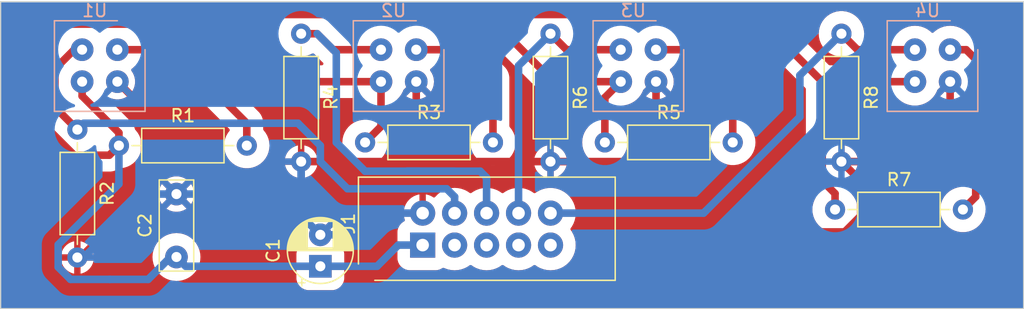
<source format=kicad_pcb>
(kicad_pcb (version 20240108) (generator "pcbnew") (generator_version "8.0")
  (layers (0 "F.Cu" signal) (31 "B.Cu" signal) (34 "B.Paste" user) (35 "F.Paste" user) (36 "B.SilkS" user "B.Silkscreen") (37 "F.SilkS" user "F.Silkscreen") (38 "B.Mask" user) (39 "F.Mask" user) (44 "Edge.Cuts" user))
  (net 0 "")
  (net 1 "GND")
  (net 2 "+3V3")
  (net 4 "/EXTG")
  (net 6 "/INTG")
  (net 8 "/INTD")
  (net 9 "/EXTD")
  (net 10 "Net-(R1-Pad2)")
  (net 11 "Net-(R3-Pad2)")
  (net 12 "Net-(R5-Pad2)")
  (net 13 "Net-(R7-Pad2)")
  (footprint "FootprintGamelGe2:R_Axial_DIN0207_L6.3mm_D2.5mm_P10.16mm_Horizontal" (layer "F.Cu") (at 133.858 48.26)
    (property "Reference" "R1" (at 5.08 -2.37 0) (layer "F.SilkS"))
    (property "Value" "R")
    (fp_line (start 1.04 0) (end 1.81 0) (stroke (width 0.12)) (layer "F.SilkS"))
    (fp_line (start 1.81 -1.37) (end 1.81 1.37) (stroke (width 0.12)) (layer "F.SilkS"))
    (fp_line (start 1.81 1.37) (end 8.35 1.37) (stroke (width 0.12)) (layer "F.SilkS"))
    (fp_line (start 8.35 -1.37) (end 1.81 -1.37) (stroke (width 0.12)) (layer "F.SilkS"))
    (fp_line (start 8.35 1.37) (end 8.35 -1.37) (stroke (width 0.12)) (layer "F.SilkS"))
    (fp_line (start 9.12 0) (end 8.35 0) (stroke (width 0.12)) (layer "F.SilkS"))
    (pad "1" thru_hole circle (at 0 0) (size 1.6 1.6) (drill 0.8) (layers "*.Cu" "*.Mask") (net 2 "+3V3"))
    (pad "2" thru_hole oval (at 10.16 0) (size 1.6 1.6) (drill 0.8) (layers "*.Cu" "*.Mask") (net 10 "Net-(R1-Pad2)"))
  )
  (footprint "FootprintGamelGe2:C_Rect_L7.0mm_W2.5mm_P5.00mm" (layer "F.Cu") (at 138.43 57.11 90)
    (property "Reference" "C2" (at 2.5 -2.5 90) (layer "F.SilkS"))
    (property "Value" "C")
    (fp_line (start 6.12 -1.37) (end 6.12 1.37) (stroke (width 0.12)) (layer "F.SilkS"))
    (fp_line (start -1.12 -1.37) (end 6.12 -1.37) (stroke (width 0.12)) (layer "F.SilkS"))
    (fp_line (start -1.12 -1.37) (end -1.12 1.37) (stroke (width 0.12)) (layer "F.SilkS"))
    (fp_line (start -1.12 1.37) (end 6.12 1.37) (stroke (width 0.12)) (layer "F.SilkS"))
    (pad "1" thru_hole circle (at 0 0 90) (size 1.8 1.8) (drill 0.8) (layers "*.Cu" "*.Mask") (net 2 "+3V3"))
    (pad "2" thru_hole circle (at 5 0 90) (size 1.8 1.8) (drill 0.8) (layers "*.Cu" "*.Mask") (net 1 "GND"))
  )
  (footprint "FootprintGamelGe2:CP_Radial_D5.0mm_P2.50mm" (layer "F.Cu") (at 149.86 57.847112 90)
    (property "Reference" "C1" (at 1.25 -3.75 90) (layer "F.SilkS"))
    (property "Value" "Cp")
    (fp_line (start 1.29 -2.58) (end 1.29 2.58) (stroke (width 0.12)) (layer "F.SilkS"))
    (fp_line (start 1.25 -2.58) (end 1.25 2.58) (stroke (width 0.12)) (layer "F.SilkS"))
    (fp_line (start 1.33 -2.579) (end 1.33 2.579) (stroke (width 0.12)) (layer "F.SilkS"))
    (fp_line (start 1.37 -2.578) (end 1.37 2.578) (stroke (width 0.12)) (layer "F.SilkS"))
    (fp_line (start 1.41 -2.576) (end 1.41 2.576) (stroke (width 0.12)) (layer "F.SilkS"))
    (fp_line (start 1.45 -2.573) (end 1.45 2.573) (stroke (width 0.12)) (layer "F.SilkS"))
    (fp_line (start 1.49 -2.569) (end 1.49 -1.04) (stroke (width 0.12)) (layer "F.SilkS"))
    (fp_line (start 1.53 -2.565) (end 1.53 -1.04) (stroke (width 0.12)) (layer "F.SilkS"))
    (fp_line (start 1.57 -2.561) (end 1.57 -1.04) (stroke (width 0.12)) (layer "F.SilkS"))
    (fp_line (start 1.61 -2.556) (end 1.61 -1.04) (stroke (width 0.12)) (layer "F.SilkS"))
    (fp_line (start 1.65 -2.55) (end 1.65 -1.04) (stroke (width 0.12)) (layer "F.SilkS"))
    (fp_line (start 1.69 -2.543) (end 1.69 -1.04) (stroke (width 0.12)) (layer "F.SilkS"))
    (fp_line (start 1.73 -2.536) (end 1.73 -1.04) (stroke (width 0.12)) (layer "F.SilkS"))
    (fp_line (start 1.77 -2.528) (end 1.77 -1.04) (stroke (width 0.12)) (layer "F.SilkS"))
    (fp_line (start 1.81 -2.52) (end 1.81 -1.04) (stroke (width 0.12)) (layer "F.SilkS"))
    (fp_line (start 1.85 -2.511) (end 1.85 -1.04) (stroke (width 0.12)) (layer "F.SilkS"))
    (fp_line (start 1.89 -2.501) (end 1.89 -1.04) (stroke (width 0.12)) (layer "F.SilkS"))
    (fp_line (start 1.93 -2.491) (end 1.93 -1.04) (stroke (width 0.12)) (layer "F.SilkS"))
    (fp_line (start 1.971 -2.48) (end 1.971 -1.04) (stroke (width 0.12)) (layer "F.SilkS"))
    (fp_line (start 2.011 -2.468) (end 2.011 -1.04) (stroke (width 0.12)) (layer "F.SilkS"))
    (fp_line (start 2.051 -2.455) (end 2.051 -1.04) (stroke (width 0.12)) (layer "F.SilkS"))
    (fp_line (start 2.091 -2.442) (end 2.091 -1.04) (stroke (width 0.12)) (layer "F.SilkS"))
    (fp_line (start 2.131 -2.428) (end 2.131 -1.04) (stroke (width 0.12)) (layer "F.SilkS"))
    (fp_line (start 2.171 -2.414) (end 2.171 -1.04) (stroke (width 0.12)) (layer "F.SilkS"))
    (fp_line (start 2.211 -2.398) (end 2.211 -1.04) (stroke (width 0.12)) (layer "F.SilkS"))
    (fp_line (start 2.251 -2.382) (end 2.251 -1.04) (stroke (width 0.12)) (layer "F.SilkS"))
    (fp_line (start 2.291 -2.365) (end 2.291 -1.04) (stroke (width 0.12)) (layer "F.SilkS"))
    (fp_line (start 2.331 -2.348) (end 2.331 -1.04) (stroke (width 0.12)) (layer "F.SilkS"))
    (fp_line (start 2.371 -2.329) (end 2.371 -1.04) (stroke (width 0.12)) (layer "F.SilkS"))
    (fp_line (start 2.411 -2.31) (end 2.411 -1.04) (stroke (width 0.12)) (layer "F.SilkS"))
    (fp_line (start 2.451 -2.29) (end 2.451 -1.04) (stroke (width 0.12)) (layer "F.SilkS"))
    (fp_line (start 2.491 -2.268) (end 2.491 -1.04) (stroke (width 0.12)) (layer "F.SilkS"))
    (fp_line (start 2.531 -2.247) (end 2.531 -1.04) (stroke (width 0.12)) (layer "F.SilkS"))
    (fp_line (start 2.571 -2.224) (end 2.571 -1.04) (stroke (width 0.12)) (layer "F.SilkS"))
    (fp_line (start 2.611 -2.2) (end 2.611 -1.04) (stroke (width 0.12)) (layer "F.SilkS"))
    (fp_line (start 2.651 -2.175) (end 2.651 -1.04) (stroke (width 0.12)) (layer "F.SilkS"))
    (fp_line (start 2.691 -2.149) (end 2.691 -1.04) (stroke (width 0.12)) (layer "F.SilkS"))
    (fp_line (start 2.731 -2.122) (end 2.731 -1.04) (stroke (width 0.12)) (layer "F.SilkS"))
    (fp_line (start 2.771 -2.095) (end 2.771 -1.04) (stroke (width 0.12)) (layer "F.SilkS"))
    (fp_line (start 2.811 -2.065) (end 2.811 -1.04) (stroke (width 0.12)) (layer "F.SilkS"))
    (fp_line (start 2.851 -2.035) (end 2.851 -1.04) (stroke (width 0.12)) (layer "F.SilkS"))
    (fp_line (start 2.891 -2.004) (end 2.891 -1.04) (stroke (width 0.12)) (layer "F.SilkS"))
    (fp_line (start 2.931 -1.971) (end 2.931 -1.04) (stroke (width 0.12)) (layer "F.SilkS"))
    (fp_line (start 2.971 -1.937) (end 2.971 -1.04) (stroke (width 0.12)) (layer "F.SilkS"))
    (fp_line (start 3.011 -1.901) (end 3.011 -1.04) (stroke (width 0.12)) (layer "F.SilkS"))
    (fp_line (start 3.051 -1.864) (end 3.051 -1.04) (stroke (width 0.12)) (layer "F.SilkS"))
    (fp_line (start 3.091 -1.826) (end 3.091 -1.04) (stroke (width 0.12)) (layer "F.SilkS"))
    (fp_line (start 3.131 -1.785) (end 3.131 -1.04) (stroke (width 0.12)) (layer "F.SilkS"))
    (fp_line (start 3.171 -1.743) (end 3.171 -1.04) (stroke (width 0.12)) (layer "F.SilkS"))
    (fp_line (start -1.304775 -1.725) (end -1.304775 -1.225) (stroke (width 0.12)) (layer "F.SilkS"))
    (fp_line (start 3.211 -1.699) (end 3.211 -1.04) (stroke (width 0.12)) (layer "F.SilkS"))
    (fp_line (start 3.251 -1.653) (end 3.251 -1.04) (stroke (width 0.12)) (layer "F.SilkS"))
    (fp_line (start 3.291 -1.605) (end 3.291 -1.04) (stroke (width 0.12)) (layer "F.SilkS"))
    (fp_line (start 3.331 -1.554) (end 3.331 -1.04) (stroke (width 0.12)) (layer "F.SilkS"))
    (fp_line (start 3.371 -1.5) (end 3.371 -1.04) (stroke (width 0.12)) (layer "F.SilkS"))
    (fp_line (start -1.554775 -1.475) (end -1.054775 -1.475) (stroke (width 0.12)) (layer "F.SilkS"))
    (fp_line (start 3.411 -1.443) (end 3.411 -1.04) (stroke (width 0.12)) (layer "F.SilkS"))
    (fp_line (start 3.451 -1.383) (end 3.451 -1.04) (stroke (width 0.12)) (layer "F.SilkS"))
    (fp_line (start 3.491 -1.319) (end 3.491 -1.04) (stroke (width 0.12)) (layer "F.SilkS"))
    (fp_line (start 3.531 -1.251) (end 3.531 -1.04) (stroke (width 0.12)) (layer "F.SilkS"))
    (fp_line (start 3.571 -1.178) (end 3.571 1.178) (stroke (width 0.12)) (layer "F.SilkS"))
    (fp_line (start 3.611 -1.098) (end 3.611 1.098) (stroke (width 0.12)) (layer "F.SilkS"))
    (fp_line (start 3.651 -1.011) (end 3.651 1.011) (stroke (width 0.12)) (layer "F.SilkS"))
    (fp_line (start 3.691 -0.915) (end 3.691 0.915) (stroke (width 0.12)) (layer "F.SilkS"))
    (fp_line (start 3.731 -0.805) (end 3.731 0.805) (stroke (width 0.12)) (layer "F.SilkS"))
    (fp_line (start 3.771 -0.677) (end 3.771 0.677) (stroke (width 0.12)) (layer "F.SilkS"))
    (fp_line (start 3.811 -0.518) (end 3.811 0.518) (stroke (width 0.12)) (layer "F.SilkS"))
    (fp_line (start 3.851 -0.284) (end 3.851 0.284) (stroke (width 0.12)) (layer "F.SilkS"))
    (fp_line (start 3.531 1.04) (end 3.531 1.251) (stroke (width 0.12)) (layer "F.SilkS"))
    (fp_line (start 3.491 1.04) (end 3.491 1.319) (stroke (width 0.12)) (layer "F.SilkS"))
    (fp_line (start 3.451 1.04) (end 3.451 1.383) (stroke (width 0.12)) (layer "F.SilkS"))
    (fp_line (start 3.411 1.04) (end 3.411 1.443) (stroke (width 0.12)) (layer "F.SilkS"))
    (fp_line (start 3.371 1.04) (end 3.371 1.5) (stroke (width 0.12)) (layer "F.SilkS"))
    (fp_line (start 3.331 1.04) (end 3.331 1.554) (stroke (width 0.12)) (layer "F.SilkS"))
    (fp_line (start 3.291 1.04) (end 3.291 1.605) (stroke (width 0.12)) (layer "F.SilkS"))
    (fp_line (start 3.251 1.04) (end 3.251 1.653) (stroke (width 0.12)) (layer "F.SilkS"))
    (fp_line (start 3.211 1.04) (end 3.211 1.699) (stroke (width 0.12)) (layer "F.SilkS"))
    (fp_line (start 3.171 1.04) (end 3.171 1.743) (stroke (width 0.12)) (layer "F.SilkS"))
    (fp_line (start 3.131 1.04) (end 3.131 1.785) (stroke (width 0.12)) (layer "F.SilkS"))
    (fp_line (start 3.091 1.04) (end 3.091 1.826) (stroke (width 0.12)) (layer "F.SilkS"))
    (fp_line (start 3.051 1.04) (end 3.051 1.864) (stroke (width 0.12)) (layer "F.SilkS"))
    (fp_line (start 3.011 1.04) (end 3.011 1.901) (stroke (width 0.12)) (layer "F.SilkS"))
    (fp_line (start 2.971 1.04) (end 2.971 1.937) (stroke (width 0.12)) (layer "F.SilkS"))
    (fp_line (start 2.931 1.04) (end 2.931 1.971) (stroke (width 0.12)) (layer "F.SilkS"))
    (fp_line (start 2.891 1.04) (end 2.891 2.004) (stroke (width 0.12)) (layer "F.SilkS"))
    (fp_line (start 2.851 1.04) (end 2.851 2.035) (stroke (width 0.12)) (layer "F.SilkS"))
    (fp_line (start 2.811 1.04) (end 2.811 2.065) (stroke (width 0.12)) (layer "F.SilkS"))
    (fp_line (start 2.771 1.04) (end 2.771 2.095) (stroke (width 0.12)) (layer "F.SilkS"))
    (fp_line (start 2.731 1.04) (end 2.731 2.122) (stroke (width 0.12)) (layer "F.SilkS"))
    (fp_line (start 2.691 1.04) (end 2.691 2.149) (stroke (width 0.12)) (layer "F.SilkS"))
    (fp_line (start 2.651 1.04) (end 2.651 2.175) (stroke (width 0.12)) (layer "F.SilkS"))
    (fp_line (start 2.611 1.04) (end 2.611 2.2) (stroke (width 0.12)) (layer "F.SilkS"))
    (fp_line (start 2.571 1.04) (end 2.571 2.224) (stroke (width 0.12)) (layer "F.SilkS"))
    (fp_line (start 2.531 1.04) (end 2.531 2.247) (stroke (width 0.12)) (layer "F.SilkS"))
    (fp_line (start 2.491 1.04) (end 2.491 2.268) (stroke (width 0.12)) (layer "F.SilkS"))
    (fp_line (start 2.451 1.04) (end 2.451 2.29) (stroke (width 0.12)) (layer "F.SilkS"))
    (fp_line (start 2.411 1.04) (end 2.411 2.31) (stroke (width 0.12)) (layer "F.SilkS"))
    (fp_line (start 2.371 1.04) (end 2.371 2.329) (stroke (width 0.12)) (layer "F.SilkS"))
    (fp_line (start 2.331 1.04) (end 2.331 2.348) (stroke (width 0.12)) (layer "F.SilkS"))
    (fp_line (start 2.291 1.04) (end 2.291 2.365) (stroke (width 0.12)) (layer "F.SilkS"))
    (fp_line (start 2.251 1.04) (end 2.251 2.382) (stroke (width 0.12)) (layer "F.SilkS"))
    (fp_line (start 2.211 1.04) (end 2.211 2.398) (stroke (width 0.12)) (layer "F.SilkS"))
    (fp_line (start 2.171 1.04) (end 2.171 2.414) (stroke (width 0.12)) (layer "F.SilkS"))
    (fp_line (start 2.131 1.04) (end 2.131 2.428) (stroke (width 0.12)) (layer "F.SilkS"))
    (fp_line (start 2.091 1.04) (end 2.091 2.442) (stroke (width 0.12)) (layer "F.SilkS"))
    (fp_line (start 2.051 1.04) (end 2.051 2.455) (stroke (width 0.12)) (layer "F.SilkS"))
    (fp_line (start 2.011 1.04) (end 2.011 2.468) (stroke (width 0.12)) (layer "F.SilkS"))
    (fp_line (start 1.971 1.04) (end 1.971 2.48) (stroke (width 0.12)) (layer "F.SilkS"))
    (fp_line (start 1.93 1.04) (end 1.93 2.491) (stroke (width 0.12)) (layer "F.SilkS"))
    (fp_line (start 1.89 1.04) (end 1.89 2.501) (stroke (width 0.12)) (layer "F.SilkS"))
    (fp_line (start 1.85 1.04) (end 1.85 2.511) (stroke (width 0.12)) (layer "F.SilkS"))
    (fp_line (start 1.81 1.04) (end 1.81 2.52) (stroke (width 0.12)) (layer "F.SilkS"))
    (fp_line (start 1.77 1.04) (end 1.77 2.528) (stroke (width 0.12)) (layer "F.SilkS"))
    (fp_line (start 1.73 1.04) (end 1.73 2.536) (stroke (width 0.12)) (layer "F.SilkS"))
    (fp_line (start 1.69 1.04) (end 1.69 2.543) (stroke (width 0.12)) (layer "F.SilkS"))
    (fp_line (start 1.65 1.04) (end 1.65 2.55) (stroke (width 0.12)) (layer "F.SilkS"))
    (fp_line (start 1.61 1.04) (end 1.61 2.556) (stroke (width 0.12)) (layer "F.SilkS"))
    (fp_line (start 1.57 1.04) (end 1.57 2.561) (stroke (width 0.12)) (layer "F.SilkS"))
    (fp_line (start 1.53 1.04) (end 1.53 2.565) (stroke (width 0.12)) (layer "F.SilkS"))
    (fp_line (start 1.49 1.04) (end 1.49 2.569) (stroke (width 0.12)) (layer "F.SilkS"))
    (fp_circle (center 1.25 0) (end 3.87 0) (stroke (width 0.12)) (fill none) (layer "F.SilkS"))
    (pad "1" thru_hole rect (at 0 0 90) (size 1.8 1.8) (drill 0.8) (layers "*.Cu" "*.Mask") (net 2 "+3V3"))
    (pad "2" thru_hole circle (at 2.5 0 90) (size 1.8 1.8) (drill 0.8) (layers "*.Cu" "*.Mask") (net 1 "GND"))
  )
  (footprint "FootprintGamelGe2:R_Axial_DIN0207_L6.3mm_D2.5mm_P10.16mm_Horizontal" (layer "F.Cu") (at 191.262 39.37 -90)
    (property "Reference" "R8" (at 5.08 -2.37 90) (layer "F.SilkS"))
    (property "Value" "R")
    (fp_line (start 1.81 1.37) (end 8.35 1.37) (stroke (width 0.12)) (layer "F.SilkS"))
    (fp_line (start 8.35 1.37) (end 8.35 -1.37) (stroke (width 0.12)) (layer "F.SilkS"))
    (fp_line (start 1.04 0) (end 1.81 0) (stroke (width 0.12)) (layer "F.SilkS"))
    (fp_line (start 9.12 0) (end 8.35 0) (stroke (width 0.12)) (layer "F.SilkS"))
    (fp_line (start 1.81 -1.37) (end 1.81 1.37) (stroke (width 0.12)) (layer "F.SilkS"))
    (fp_line (start 8.35 -1.37) (end 1.81 -1.37) (stroke (width 0.12)) (layer "F.SilkS"))
    (pad "1" thru_hole circle (at 0 0 270) (size 1.6 1.6) (drill 0.8) (layers "*.Cu" "*.Mask") (net 9 "/EXTD"))
    (pad "2" thru_hole oval (at 10.16 0 270) (size 1.6 1.6) (drill 0.8) (layers "*.Cu" "*.Mask") (net 1 "GND"))
  )
  (footprint "FootprintGamelGe2:R_Axial_DIN0207_L6.3mm_D2.5mm_P10.16mm_Horizontal" (layer "F.Cu") (at 130.556 46.99 -90)
    (property "Reference" "R2" (at 5.08 -2.37 90) (layer "F.SilkS"))
    (property "Value" "R")
    (fp_line (start 1.81 1.37) (end 8.35 1.37) (stroke (width 0.12)) (layer "F.SilkS"))
    (fp_line (start 8.35 1.37) (end 8.35 -1.37) (stroke (width 0.12)) (layer "F.SilkS"))
    (fp_line (start 1.04 0) (end 1.81 0) (stroke (width 0.12)) (layer "F.SilkS"))
    (fp_line (start 9.12 0) (end 8.35 0) (stroke (width 0.12)) (layer "F.SilkS"))
    (fp_line (start 1.81 -1.37) (end 1.81 1.37) (stroke (width 0.12)) (layer "F.SilkS"))
    (fp_line (start 8.35 -1.37) (end 1.81 -1.37) (stroke (width 0.12)) (layer "F.SilkS"))
    (pad "1" thru_hole circle (at 0 0 270) (size 1.6 1.6) (drill 0.8) (layers "*.Cu" "*.Mask") (net 4 "/EXTG"))
    (pad "2" thru_hole oval (at 10.16 0 270) (size 1.6 1.6) (drill 0.8) (layers "*.Cu" "*.Mask") (net 1 "GND"))
  )
  (footprint "FootprintGamelGe2:R_Axial_DIN0207_L6.3mm_D2.5mm_P10.16mm_Horizontal" (layer "F.Cu") (at 168.148 39.37 -90)
    (property "Reference" "R6" (at 5.08 -2.37 90) (layer "F.SilkS"))
    (property "Value" "R")
    (fp_line (start 1.81 1.37) (end 8.35 1.37) (stroke (width 0.12)) (layer "F.SilkS"))
    (fp_line (start 8.35 1.37) (end 8.35 -1.37) (stroke (width 0.12)) (layer "F.SilkS"))
    (fp_line (start 1.04 0) (end 1.81 0) (stroke (width 0.12)) (layer "F.SilkS"))
    (fp_line (start 9.12 0) (end 8.35 0) (stroke (width 0.12)) (layer "F.SilkS"))
    (fp_line (start 1.81 -1.37) (end 1.81 1.37) (stroke (width 0.12)) (layer "F.SilkS"))
    (fp_line (start 8.35 -1.37) (end 1.81 -1.37) (stroke (width 0.12)) (layer "F.SilkS"))
    (pad "1" thru_hole circle (at 0 0 270) (size 1.6 1.6) (drill 0.8) (layers "*.Cu" "*.Mask") (net 8 "/INTD"))
    (pad "2" thru_hole oval (at 10.16 0 270) (size 1.6 1.6) (drill 0.8) (layers "*.Cu" "*.Mask") (net 1 "GND"))
  )
  (footprint "FootprintGamelGe2:R_Axial_DIN0207_L6.3mm_D2.5mm_P10.16mm_Horizontal" (layer "F.Cu") (at 153.416 48.006)
    (property "Reference" "R3" (at 5.08 -2.37 0) (layer "F.SilkS"))
    (property "Value" "R")
    (fp_line (start 1.04 0) (end 1.81 0) (stroke (width 0.12)) (layer "F.SilkS"))
    (fp_line (start 1.81 -1.37) (end 1.81 1.37) (stroke (width 0.12)) (layer "F.SilkS"))
    (fp_line (start 1.81 1.37) (end 8.35 1.37) (stroke (width 0.12)) (layer "F.SilkS"))
    (fp_line (start 8.35 -1.37) (end 1.81 -1.37) (stroke (width 0.12)) (layer "F.SilkS"))
    (fp_line (start 8.35 1.37) (end 8.35 -1.37) (stroke (width 0.12)) (layer "F.SilkS"))
    (fp_line (start 9.12 0) (end 8.35 0) (stroke (width 0.12)) (layer "F.SilkS"))
    (pad "1" thru_hole circle (at 0 0) (size 1.6 1.6) (drill 0.8) (layers "*.Cu" "*.Mask") (net 2 "+3V3"))
    (pad "2" thru_hole oval (at 10.16 0) (size 1.6 1.6) (drill 0.8) (layers "*.Cu" "*.Mask") (net 11 "Net-(R3-Pad2)"))
  )
  (footprint "FootprintGamelGe2:R_Axial_DIN0207_L6.3mm_D2.5mm_P10.16mm_Horizontal" (layer "F.Cu") (at 190.754 53.34)
    (property "Reference" "R7" (at 5.08 -2.37 0) (layer "F.SilkS"))
    (property "Value" "R")
    (fp_line (start 1.04 0) (end 1.81 0) (stroke (width 0.12)) (layer "F.SilkS"))
    (fp_line (start 1.81 -1.37) (end 1.81 1.37) (stroke (width 0.12)) (layer "F.SilkS"))
    (fp_line (start 1.81 1.37) (end 8.35 1.37) (stroke (width 0.12)) (layer "F.SilkS"))
    (fp_line (start 8.35 -1.37) (end 1.81 -1.37) (stroke (width 0.12)) (layer "F.SilkS"))
    (fp_line (start 8.35 1.37) (end 8.35 -1.37) (stroke (width 0.12)) (layer "F.SilkS"))
    (fp_line (start 9.12 0) (end 8.35 0) (stroke (width 0.12)) (layer "F.SilkS"))
    (pad "1" thru_hole circle (at 0 0) (size 1.6 1.6) (drill 0.8) (layers "*.Cu" "*.Mask") (net 2 "+3V3"))
    (pad "2" thru_hole oval (at 10.16 0) (size 1.6 1.6) (drill 0.8) (layers "*.Cu" "*.Mask") (net 13 "Net-(R7-Pad2)"))
  )
  (footprint "FootprintGamelGe2:R_Axial_DIN0207_L6.3mm_D2.5mm_P10.16mm_Horizontal" (layer "F.Cu") (at 172.466 48.006)
    (property "Reference" "R5" (at 5.08 -2.37 0) (layer "F.SilkS"))
    (property "Value" "R")
    (fp_line (start 1.04 0) (end 1.81 0) (stroke (width 0.12)) (layer "F.SilkS"))
    (fp_line (start 1.81 -1.37) (end 1.81 1.37) (stroke (width 0.12)) (layer "F.SilkS"))
    (fp_line (start 1.81 1.37) (end 8.35 1.37) (stroke (width 0.12)) (layer "F.SilkS"))
    (fp_line (start 8.35 -1.37) (end 1.81 -1.37) (stroke (width 0.12)) (layer "F.SilkS"))
    (fp_line (start 8.35 1.37) (end 8.35 -1.37) (stroke (width 0.12)) (layer "F.SilkS"))
    (fp_line (start 9.12 0) (end 8.35 0) (stroke (width 0.12)) (layer "F.SilkS"))
    (pad "1" thru_hole circle (at 0 0) (size 1.6 1.6) (drill 0.8) (layers "*.Cu" "*.Mask") (net 2 "+3V3"))
    (pad "2" thru_hole oval (at 10.16 0) (size 1.6 1.6) (drill 0.8) (layers "*.Cu" "*.Mask") (net 12 "Net-(R5-Pad2)"))
  )
  (footprint "FootprintGamelGe2:R_Axial_DIN0207_L6.3mm_D2.5mm_P10.16mm_Horizontal" (layer "F.Cu") (at 148.336 39.37 -90)
    (property "Reference" "R4" (at 5.08 -2.37 90) (layer "F.SilkS"))
    (property "Value" "R")
    (fp_line (start 1.81 1.37) (end 8.35 1.37) (stroke (width 0.12)) (layer "F.SilkS"))
    (fp_line (start 8.35 1.37) (end 8.35 -1.37) (stroke (width 0.12)) (layer "F.SilkS"))
    (fp_line (start 1.04 0) (end 1.81 0) (stroke (width 0.12)) (layer "F.SilkS"))
    (fp_line (start 9.12 0) (end 8.35 0) (stroke (width 0.12)) (layer "F.SilkS"))
    (fp_line (start 1.81 -1.37) (end 1.81 1.37) (stroke (width 0.12)) (layer "F.SilkS"))
    (fp_line (start 8.35 -1.37) (end 1.81 -1.37) (stroke (width 0.12)) (layer "F.SilkS"))
    (pad "1" thru_hole circle (at 0 0 270) (size 1.6 1.6) (drill 0.8) (layers "*.Cu" "*.Mask") (net 6 "/INTG"))
    (pad "2" thru_hole oval (at 10.16 0 270) (size 1.6 1.6) (drill 0.8) (layers "*.Cu" "*.Mask") (net 1 "GND"))
  )
  (footprint "FootprintGamelGe2:HE10_2x05_P2.54mm" (layer "F.Cu") (at 157.988 56.164 90)
    (property "Reference" "J1" (at 1.7 -5.9 90) (layer "F.SilkS"))
    (property "Value" "HE10_02x05")
    (fp_line (start 5.4 -5.1) (end 5.4 15.3) (stroke (width 0.12)) (layer "F.SilkS"))
    (fp_line (start -1.5 -5.1) (end 5.4 -5.1) (stroke (width 0.12)) (layer "F.SilkS"))
    (fp_line (start 5.4 15.3) (end -2.8 15.3) (stroke (width 0.12)) (layer "F.SilkS"))
    (fp_line (start -2.8 15.3) (end -2.8 -3.8) (stroke (width 0.12)) (layer "F.SilkS"))
    (pad "1" thru_hole rect (at 0 0 90) (size 2 2) (drill 1) (layers "*.Cu" "*.Mask") (net 2 "+3V3"))
    (pad "2" thru_hole oval (at 2.54 0 90) (size 2 2) (drill 1) (layers "*.Cu" "*.Mask") (net 1 "GND"))
    (pad "3" thru_hole oval (at 0 2.54 90) (size 2 2) (drill 1) (layers "*.Cu" "*.Mask"))
    (pad "4" thru_hole oval (at 2.54 2.54 90) (size 2 2) (drill 1) (layers "*.Cu" "*.Mask") (net 4 "/EXTG"))
    (pad "5" thru_hole oval (at 0 5.08 90) (size 2 2) (drill 1) (layers "*.Cu" "*.Mask"))
    (pad "6" thru_hole oval (at 2.54 5.08 90) (size 2 2) (drill 1) (layers "*.Cu" "*.Mask") (net 6 "/INTG"))
    (pad "7" thru_hole oval (at 0 7.62 90) (size 2 2) (drill 1) (layers "*.Cu" "*.Mask"))
    (pad "8" thru_hole oval (at 2.54 7.62 90) (size 2 2) (drill 1) (layers "*.Cu" "*.Mask") (net 8 "/INTD"))
    (pad "9" thru_hole oval (at 0 10.16 90) (size 2 2) (drill 1) (layers "*.Cu" "*.Mask"))
    (pad "10" thru_hole oval (at 2.54 10.16 90) (size 2 2) (drill 1) (layers "*.Cu" "*.Mask") (net 9 "/EXTD"))
  )
  (footprint "FootprintGamelGe2:Vishay_CNY70" (layer "B.Cu") (at 199.898 40.64 180)
    (property "Reference" "U4" (at 1.8 3.1 0) (layer "B.SilkS") (effects (justify mirror)))
    (property "Value" "CNY70")
    (fp_line (start 5 2.3) (end 0 2.3) (stroke (width 0.12)) (layer "B.SilkS"))
    (fp_line (start 5 -4.9) (end 5 2.3) (stroke (width 0.12)) (layer "B.SilkS"))
    (fp_line (start -2.2 0) (end -2.2 -4.9) (stroke (width 0.12)) (layer "B.SilkS"))
    (fp_line (start -2.2 -4.9) (end 5 -4.9) (stroke (width 0.12)) (layer "B.SilkS"))
    (pad "1" thru_hole circle (at 0 0 180) (size 1.8 1.8) (drill 0.8) (layers "*.Cu" "*.Mask") (net 13 "Net-(R7-Pad2)"))
    (pad "2" thru_hole circle (at 0 -2.54 180) (size 1.8 1.8) (drill 0.8) (layers "*.Cu" "*.Mask") (net 1 "GND"))
    (pad "3" thru_hole circle (at 2.8 -2.54 180) (size 1.8 1.8) (drill 0.8) (layers "*.Cu" "*.Mask") (net 2 "+3V3"))
    (pad "4" thru_hole circle (at 2.8 0 180) (size 1.8 1.8) (drill 0.8) (layers "*.Cu" "*.Mask") (net 9 "/EXTD"))
  )
  (footprint "FootprintGamelGe2:Vishay_CNY70" (layer "B.Cu") (at 133.734 40.64 180)
    (property "Reference" "U1" (at 1.8 3.1 0) (layer "B.SilkS") (effects (justify mirror)))
    (property "Value" "CNY70")
    (fp_line (start 5 2.3) (end 0 2.3) (stroke (width 0.12)) (layer "B.SilkS"))
    (fp_line (start 5 -4.9) (end 5 2.3) (stroke (width 0.12)) (layer "B.SilkS"))
    (fp_line (start -2.2 0) (end -2.2 -4.9) (stroke (width 0.12)) (layer "B.SilkS"))
    (fp_line (start -2.2 -4.9) (end 5 -4.9) (stroke (width 0.12)) (layer "B.SilkS"))
    (pad "1" thru_hole circle (at 0 0 180) (size 1.8 1.8) (drill 0.8) (layers "*.Cu" "*.Mask") (net 10 "Net-(R1-Pad2)"))
    (pad "2" thru_hole circle (at 0 -2.54 180) (size 1.8 1.8) (drill 0.8) (layers "*.Cu" "*.Mask") (net 1 "GND"))
    (pad "3" thru_hole circle (at 2.8 -2.54 180) (size 1.8 1.8) (drill 0.8) (layers "*.Cu" "*.Mask") (net 2 "+3V3"))
    (pad "4" thru_hole circle (at 2.8 0 180) (size 1.8 1.8) (drill 0.8) (layers "*.Cu" "*.Mask") (net 4 "/EXTG"))
  )
  (footprint "FootprintGamelGe2:Vishay_CNY70" (layer "B.Cu") (at 157.48 40.64 180)
    (property "Reference" "U2" (at 1.8 3.1 0) (layer "B.SilkS") (effects (justify mirror)))
    (property "Value" "CNY70")
    (fp_line (start 5 2.3) (end 0 2.3) (stroke (width 0.12)) (layer "B.SilkS"))
    (fp_line (start 5 -4.9) (end 5 2.3) (stroke (width 0.12)) (layer "B.SilkS"))
    (fp_line (start -2.2 0) (end -2.2 -4.9) (stroke (width 0.12)) (layer "B.SilkS"))
    (fp_line (start -2.2 -4.9) (end 5 -4.9) (stroke (width 0.12)) (layer "B.SilkS"))
    (pad "1" thru_hole circle (at 0 0 180) (size 1.8 1.8) (drill 0.8) (layers "*.Cu" "*.Mask") (net 11 "Net-(R3-Pad2)"))
    (pad "2" thru_hole circle (at 0 -2.54 180) (size 1.8 1.8) (drill 0.8) (layers "*.Cu" "*.Mask") (net 1 "GND"))
    (pad "3" thru_hole circle (at 2.8 -2.54 180) (size 1.8 1.8) (drill 0.8) (layers "*.Cu" "*.Mask") (net 2 "+3V3"))
    (pad "4" thru_hole circle (at 2.8 0 180) (size 1.8 1.8) (drill 0.8) (layers "*.Cu" "*.Mask") (net 6 "/INTG"))
  )
  (footprint "FootprintGamelGe2:Vishay_CNY70" (layer "B.Cu") (at 176.53 40.64 180)
    (property "Reference" "U3" (at 1.8 3.1 0) (layer "B.SilkS") (effects (justify mirror)))
    (property "Value" "CNY70")
    (fp_line (start 5 2.3) (end 0 2.3) (stroke (width 0.12)) (layer "B.SilkS"))
    (fp_line (start 5 -4.9) (end 5 2.3) (stroke (width 0.12)) (layer "B.SilkS"))
    (fp_line (start -2.2 0) (end -2.2 -4.9) (stroke (width 0.12)) (layer "B.SilkS"))
    (fp_line (start -2.2 -4.9) (end 5 -4.9) (stroke (width 0.12)) (layer "B.SilkS"))
    (pad "1" thru_hole circle (at 0 0 180) (size 1.8 1.8) (drill 0.8) (layers "*.Cu" "*.Mask") (net 12 "Net-(R5-Pad2)"))
    (pad "2" thru_hole circle (at 0 -2.54 180) (size 1.8 1.8) (drill 0.8) (layers "*.Cu" "*.Mask") (net 1 "GND"))
    (pad "3" thru_hole circle (at 2.8 -2.54 180) (size 1.8 1.8) (drill 0.8) (layers "*.Cu" "*.Mask") (net 2 "+3V3"))
    (pad "4" thru_hole circle (at 2.8 0 180) (size 1.8 1.8) (drill 0.8) (layers "*.Cu" "*.Mask") (net 8 "/INTD"))
  )
  (gr_line (start 205.74 61.214) (end 124.46 61.214) (stroke (width 0.1)) (layer "Edge.Cuts"))
  (gr_line (start 124.46 61.214) (end 124.46 36.83) (stroke (width 0.1)) (layer "Edge.Cuts"))
  (gr_line (start 124.46 36.83) (end 205.74 36.83) (stroke (width 0.1)) (layer "Edge.Cuts"))
  (gr_line (start 205.74 36.83) (end 205.74 61.214) (stroke (width 0.1)) (layer "Edge.Cuts"))
  (gr_text "FW-E&RS2" (at 187.452 57.404 0) (layer "F.Cu") (effects (font (size 2 2) (thickness 0.4))))
  (segment (start 176.53 48.26) (end 183.388 55.118) (width 0.6) (layer "F.Cu") (net 1))
  (segment (start 157.48 48.006) (end 157.48 43.18) (width 0.6) (layer "F.Cu") (net 1))
  (segment (start 159.004 49.53) (end 168.148 49.53) (width 0.6) (layer "F.Cu") (net 1))
  (segment (start 130.556 57.15) (end 130.81 57.15) (width 0.6) (layer "F.Cu") (net 1))
  (segment (start 148.336 49.53) (end 155.956 49.53) (width 0.6) (layer "F.Cu") (net 1))
  (segment (start 191.262 49.53) (end 195.326 49.53) (width 0.6) (layer "F.Cu") (net 1))
  (segment (start 176.53 48.26) (end 176.53 43.18) (width 0.6) (layer "F.Cu") (net 1))
  (segment (start 155.956 49.53) (end 157.48 48.006) (width 0.6) (layer "F.Cu") (net 1))
  (segment (start 192.786 51.054) (end 191.262 49.53) (width 0.6) (layer "F.Cu") (net 1))
  (segment (start 168.148 49.53) (end 175.26 49.53) (width 0.6) (layer "F.Cu") (net 1))
  (segment (start 130.81 57.15) (end 135.89 52.07) (width 0.6) (layer "F.Cu") (net 1))
  (segment (start 157.48 48.006) (end 159.004 49.53) (width 0.6) (layer "F.Cu") (net 1))
  (segment (start 192.786 53.848) (end 192.786 51.054) (width 0.6) (layer "F.Cu") (net 1))
  (segment (start 183.388 55.118) (end 191.516 55.118) (width 0.6) (layer "F.Cu") (net 1))
  (segment (start 135.89 52.07) (end 135.89 45.336) (width 0.6) (layer "F.Cu") (net 1))
  (segment (start 199.898 44.958) (end 199.898 43.18) (width 0.6) (layer "F.Cu") (net 1))
  (segment (start 195.326 49.53) (end 199.898 44.958) (width 0.6) (layer "F.Cu") (net 1))
  (segment (start 191.516 55.118) (end 192.786 53.848) (width 0.6) (layer "F.Cu") (net 1))
  (segment (start 175.26 49.53) (end 176.53 48.26) (width 0.6) (layer "F.Cu") (net 1))
  (segment (start 135.89 45.336) (end 133.734 43.18) (width 0.6) (layer "F.Cu") (net 1))
  (segment (start 148.336 53.569112) (end 148.336 52.07) (width 0.6) (layer "B.Cu") (net 1))
  (segment (start 155.418 53.624) (end 153.694888 55.347112) (width 0.6) (layer "B.Cu") (net 1))
  (segment (start 133.731 54.483) (end 134.366 53.848) (width 0.6) (layer "B.Cu") (net 1))
  (segment (start 148.336 49.53) (end 148.336 53.823112) (width 0.6) (layer "B.Cu") (net 1))
  (segment (start 148.296 52.11) (end 148.336 52.07) (width 0.6) (layer "B.Cu") (net 1))
  (segment (start 138.43 52.11) (end 136.104 52.11) (width 0.6) (layer "B.Cu") (net 1))
  (segment (start 148.336 53.823112) (end 148.602444 54.089556) (width 0.6) (layer "B.Cu") (net 1))
  (segment (start 157.988 53.624) (end 155.418 53.624) (width 0.6) (layer "B.Cu") (net 1))
  (segment (start 138.43 52.11) (end 148.296 52.11) (width 0.6) (layer "B.Cu") (net 1))
  (segment (start 130.556 57.15) (end 131.064 57.15) (width 0.6) (layer "B.Cu") (net 1))
  (segment (start 153.694888 55.347112) (end 149.86 55.347112) (width 0.6) (layer "B.Cu") (net 1))
  (segment (start 131.064 57.15) (end 133.731 54.483) (width 0.6) (layer "B.Cu") (net 1))
  (segment (start 136.104 52.11) (end 133.731 54.483) (width 0.6) (layer "B.Cu") (net 1))
  (segment (start 148.336 52.07) (end 148.336 49.53) (width 0.6) (layer "B.Cu") (net 1))
  (segment (start 148.602444 54.089556) (end 149.86 55.347112) (width 0.6) (layer "B.Cu") (net 1))
  (segment (start 127.762 46.482) (end 127.762 40.386) (width 0.6) (layer "F.Cu") (net 2))
  (segment (start 190.754 52.07) (end 189.738 51.054) (width 0.6) (layer "F.Cu") (net 2))
  (segment (start 130.302 49.022) (end 133.096 49.022) (width 0.6) (layer "F.Cu") (net 2))
  (segment (start 189.738 43.18) (end 197.098 43.18) (width 0.6) (layer "F.Cu") (net 2))
  (segment (start 190.754 53.34) (end 190.754 52.07) (width 0.6) (layer "F.Cu") (net 2))
  (segment (start 184.404 37.846) (end 189.738 43.18) (width 0.6) (layer "F.Cu") (net 2))
  (segment (start 161.29 37.846) (end 184.404 37.846) (width 0.6) (layer "F.Cu") (net 2))
  (segment (start 127.762 46.482) (end 130.302 49.022) (width 0.6) (layer "F.Cu") (net 2))
  (segment (start 148.336 43.18) (end 154.68 43.18) (width 0.6) (layer "F.Cu") (net 2))
  (segment (start 127.762 40.386) (end 129.54 38.608) (width 0.6) (layer "F.Cu") (net 2))
  (segment (start 143.764 38.608) (end 148.336 43.18) (width 0.6) (layer "F.Cu") (net 2))
  (segment (start 172.466 48.006) (end 172.466 44.444) (width 0.6) (layer "F.Cu") (net 2))
  (segment (start 161.29 37.846) (end 163.068 37.846) (width 0.6) (layer "F.Cu") (net 2))
  (segment (start 130.934 43.18) (end 130.934 44.32) (width 0.6) (layer "F.Cu") (net 2))
  (segment (start 133.858 47.244) (end 133.858 48.26) (width 0.6) (layer "F.Cu") (net 2))
  (segment (start 129.54 38.608) (end 143.764 38.608) (width 0.6) (layer "F.Cu") (net 2))
  (segment (start 172.466 44.444) (end 173.73 43.18) (width 0.6) (layer "F.Cu") (net 2))
  (segment (start 130.934 44.32) (end 133.858 47.244) (width 0.6) (layer "F.Cu") (net 2))
  (segment (start 189.738 51.054) (end 189.738 43.18) (width 0.6) (layer "F.Cu") (net 2))
  (segment (start 133.096 49.022) (end 133.858 48.26) (width 0.6) (layer "F.Cu") (net 2))
  (segment (start 153.416 48.006) (end 154.68 46.742) (width 0.6) (layer "F.Cu") (net 2))
  (segment (start 163.068 37.846) (end 168.402 43.18) (width 0.6) (layer "F.Cu") (net 2))
  (segment (start 154.68 46.742) (end 154.68 43.18) (width 0.6) (layer "F.Cu") (net 2))
  (segment (start 168.402 43.18) (end 173.73 43.18) (width 0.6) (layer "F.Cu") (net 2))
  (segment (start 144.526 37.846) (end 161.29 37.846) (width 0.6) (layer "F.Cu") (net 2))
  (segment (start 143.764 38.608) (end 144.526 37.846) (width 0.6) (layer "F.Cu") (net 2))
  (segment (start 147.255112 57.847112) (end 139.167112 57.847112) (width 0.6) (layer "B.Cu") (net 2))
  (segment (start 136.184 58.888) (end 137.962 57.11) (width 0.6) (layer "B.Cu") (net 2))
  (segment (start 156.050224 56.164) (end 154.367112 57.847112) (width 0.6) (layer "B.Cu") (net 2))
  (segment (start 136.184 58.888) (end 133.136 58.888) (width 0.6) (layer "B.Cu") (net 2))
  (segment (start 133.858 48.26) (end 133.858 51.308) (width 0.6) (layer "B.Cu") (net 2))
  (segment (start 157.988 56.164) (end 156.050224 56.164) (width 0.6) (layer "B.Cu") (net 2))
  (segment (start 129.032 57.912) (end 130.008 58.888) (width 0.6) (layer "B.Cu") (net 2))
  (segment (start 139.167112 57.847112) (end 138.43 57.11) (width 0.6) (layer "B.Cu") (net 2))
  (segment (start 130.008 58.888) (end 133.136 58.888) (width 0.6) (layer "B.Cu") (net 2))
  (segment (start 129.032 56.134) (end 129.032 57.912) (width 0.6) (layer "B.Cu") (net 2))
  (segment (start 154.367112 57.847112) (end 147.255112 57.847112) (width 0.6) (layer "B.Cu") (net 2))
  (segment (start 137.962 57.11) (end 138.43 57.11) (width 0.6) (layer "B.Cu") (net 2))
  (segment (start 129.032 56.134) (end 133.858 51.308) (width 0.6) (layer "B.Cu") (net 2))
  (segment (start 130.302 40.64) (end 128.778 42.164) (width 0.6) (layer "F.Cu") (net 4))
  (segment (start 130.934 40.64) (end 130.302 40.64) (width 0.6) (layer "F.Cu") (net 4))
  (segment (start 130.556 46.99) (end 128.778 45.212) (width 0.6) (layer "F.Cu") (net 4))
  (segment (start 128.778 45.212) (end 128.778 44.704) (width 0.6) (layer "F.Cu") (net 4))
  (segment (start 128.778 42.164) (end 128.778 44.704) (width 0.6) (layer "F.Cu") (net 4))
  (segment (start 149.86 49.53) (end 152.019 51.689) (width 0.6) (layer "B.Cu") (net 4))
  (segment (start 149.86 48.26) (end 149.86 49.53) (width 0.6) (layer "B.Cu") (net 4))
  (segment (start 160.528 53.624) (end 160.528 52.324) (width 0.6) (layer "B.Cu") (net 4))
  (segment (start 130.556 46.99) (end 131.064 46.482) (width 0.6) (layer "B.Cu") (net 4))
  (segment (start 159.893 51.689) (end 152.019 51.689) (width 0.6) (layer "B.Cu") (net 4))
  (segment (start 160.528 52.324) (end 159.893 51.689) (width 0.6) (layer "B.Cu") (net 4))
  (segment (start 148.082 46.482) (end 149.86 48.26) (width 0.6) (layer "B.Cu") (net 4))
  (segment (start 132.588 46.482) (end 148.082 46.482) (width 0.6) (layer "B.Cu") (net 4))
  (segment (start 131.064 46.482) (end 132.588 46.482) (width 0.6) (layer "B.Cu") (net 4))
  (segment (start 148.336 39.37) (end 149.606 39.37) (width 0.6) (layer "F.Cu") (net 6))
  (segment (start 149.987 39.751) (end 149.606 39.37) (width 0.6) (layer "F.Cu") (net 6))
  (segment (start 150.876 40.64) (end 149.987 39.751) (width 0.6) (layer "F.Cu") (net 6))
  (segment (start 154.68 40.64) (end 150.876 40.64) (width 0.6) (layer "F.Cu") (net 6))
  (segment (start 151.13 48.006) (end 153.416 50.292) (width 0.6) (layer "B.Cu") (net 6))
  (segment (start 153.416 50.292) (end 162.56 50.292) (width 0.6) (layer "B.Cu") (net 6))
  (segment (start 151.13 48.006) (end 151.13 40.894) (width 0.6) (layer "B.Cu") (net 6))
  (segment (start 163.068 50.8) (end 163.068 53.624) (width 0.6) (layer "B.Cu") (net 6))
  (segment (start 157.734 50.292) (end 156.718 50.292) (width 0.6) (layer "B.Cu") (net 6))
  (segment (start 151.13 40.894) (end 149.606 39.37) (width 0.6) (layer "B.Cu") (net 6))
  (segment (start 162.56 50.292) (end 163.068 50.8) (width 0.6) (layer "B.Cu") (net 6))
  (segment (start 156.718 50.292) (end 160.528 50.292) (width 0.6) (layer "B.Cu") (net 6))
  (segment (start 169.418 40.64) (end 168.148 39.37) (width 0.6) (layer "F.Cu") (net 8))
  (segment (start 173.73 40.64) (end 169.418 40.64) (width 0.6) (layer "F.Cu") (net 8))
  (segment (start 165.608 53.624) (end 165.608 41.91) (width 0.6) (layer "B.Cu") (net 8))
  (segment (start 166.624 40.894) (end 168.148 39.37) (width 0.6) (layer "B.Cu") (net 8))
  (segment (start 165.862 41.656) (end 166.624 40.894) (width 0.6) (layer "B.Cu") (net 8))
  (segment (start 165.608 41.91) (end 166.624 40.894) (width 0.6) (layer "B.Cu") (net 8))
  (segment (start 197.098 40.64) (end 192.532 40.64) (width 0.6) (layer "F.Cu") (net 9))
  (segment (start 192.532 40.64) (end 191.262 39.37) (width 0.6) (layer "F.Cu") (net 9))
  (segment (start 180.31 53.624) (end 168.148 53.624) (width 0.6) (layer "B.Cu") (net 9))
  (segment (start 180.467 53.467) (end 187.96 45.974) (width 0.6) (layer "B.Cu") (net 9))
  (segment (start 180.467 53.467) (end 180.31 53.624) (width 0.6) (layer "B.Cu") (net 9))
  (segment (start 187.96 45.974) (end 187.96 42.672) (width 0.6) (layer "B.Cu") (net 9))
  (segment (start 187.96 42.672) (end 191.262 39.37) (width 0.6) (layer "B.Cu") (net 9))
  (segment (start 133.734 40.64) (end 138.176 40.64) (width 0.6) (layer "F.Cu") (net 10))
  (segment (start 138.176 40.64) (end 144.018 46.482) (width 0.6) (layer "F.Cu") (net 10))
  (segment (start 144.018 46.482) (end 144.018 48.26) (width 0.6) (layer "F.Cu") (net 10))
  (segment (start 161.29 40.64) (end 163.576 42.926) (width 0.6) (layer "F.Cu") (net 11))
  (segment (start 163.576 42.926) (end 163.576 48.006) (width 0.6) (layer "F.Cu") (net 11))
  (segment (start 157.48 40.64) (end 161.29 40.64) (width 0.6) (layer "F.Cu") (net 11))
  (segment (start 176.53 40.64) (end 178.816 40.64) (width 0.6) (layer "F.Cu") (net 12))
  (segment (start 182.626 44.45) (end 182.626 48.006) (width 0.6) (layer "F.Cu") (net 12))
  (segment (start 178.816 40.64) (end 182.626 44.45) (width 0.6) (layer "F.Cu") (net 12))
  (segment (start 201.168 40.64) (end 201.93 41.402) (width 0.6) (layer "F.Cu") (net 13))
  (segment (start 201.93 41.402) (end 201.93 52.324) (width 0.6) (layer "F.Cu") (net 13))
  (segment (start 199.898 40.64) (end 201.168 40.64) (width 0.6) (layer "F.Cu") (net 13))
  (segment (start 201.93 52.324) (end 200.914 53.34) (width 0.6) (layer "F.Cu") (net 13))
  (zone (net 1) (net_name "GND") (layers "F&B.Cu") (connect_pads (clearance 1)) (min_thickness 0.254) (fill yes (thermal_gap 0.508) (thermal_bridge_width 0.508) (island_removal_mode 1) (island_area_min 0))
    (polygon (pts (xy 205.74 61.214) (xy 124.46 61.214) (xy 124.46 36.83) (xy 205.74 36.83)))
  )
)
</source>
